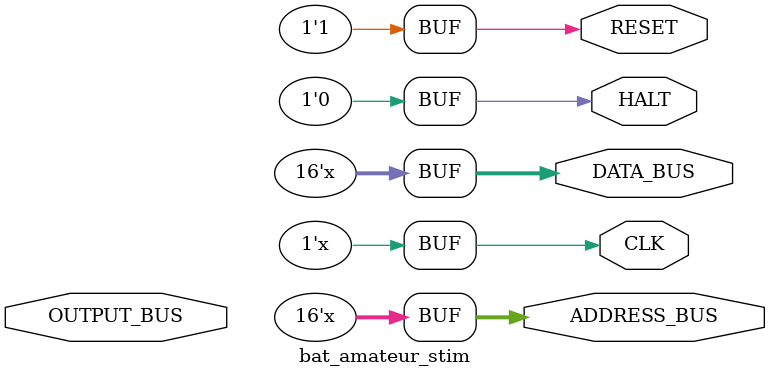
<source format=v>
`timescale 1ns/1ns

module bat_amateur_stim (
HALT,
CLK,
RESET,
DATA_BUS,
ADDRESS_BUS,
OUTPUT_BUS
);
parameter CLK_HALF_PERIOD = 5;
parameter CLK_PERIOD = 2*CLK_HALF_PERIOD;
parameter ADDRESS_WIDTH = 16;

output reg HALT;
output reg CLK;
output reg RESET;
output reg [15:0] DATA_BUS;
output reg [15:0] ADDRESS_BUS;
input  wire [15:0] OUTPUT_BUS;

initial begin
    CLK = 1'b0;
    RESET = 1'b0;
    HALT = 1'b1;
    ADDRESS_BUS = {ADDRESS_WIDTH{1'b0}};
    // load in data values
#CLK_PERIOD
    RESET = 1'b1;
    ADDRESS_BUS = 16'h0010;
    DATA_BUS = 16'd0;
#CLK_PERIOD
    ADDRESS_BUS = 16'h0011;
    DATA_BUS = 16'd1;
#CLK_PERIOD
    ADDRESS_BUS = 16'h0012;
    DATA_BUS = 16'd5;

    // load the instructions
    // LDA <value 5>
#CLK_PERIOD
    ADDRESS_BUS = 16'h0000;
    DATA_BUS = 16'h0012;
    // MOV A -> R3
#CLK_PERIOD
    ADDRESS_BUS = 16'h0001;
    DATA_BUS = 16'h7F98;
// LDA VAL 0
#CLK_PERIOD
    ADDRESS_BUS = 16'h0002;
    DATA_BUS = 16'h0010;
// LDA VAL 1
#CLK_PERIOD
    ADDRESS_BUS = 16'h0003;
    DATA_BUS = 16'h0011;
// A+B -> A
#CLK_PERIOD
    ADDRESS_BUS = 16'h0004;
    DATA_BUS = 16'h7041;
// MOV B -> R2
#CLK_PERIOD
    ADDRESS_BUS = 16'h0005;
    DATA_BUS = 16'h7F91;
// MOV A -> B 
#CLK_PERIOD
    ADDRESS_BUS = 16'h0006;
    DATA_BUS = 16'h7F88;
// MOV R2 -> A 
#CLK_PERIOD
    ADDRESS_BUS = 16'h0007;
    DATA_BUS = 16'h7F82;
#CLK_PERIOD
    ADDRESS_BUS = 16'h0008;
    DATA_BUS = 16'h7FBA;
// DEC r3
#CLK_PERIOD
    ADDRESS_BUS = 16'h0009;
    DATA_BUS = 16'h73E1;
// JNZ 0x04
#CLK_PERIOD
    ADDRESS_BUS = 16'h000A;
    DATA_BUS = 16'h6FF9;
// NOP
#CLK_PERIOD
    ADDRESS_BUS = 16'h000B;
    DATA_BUS = 16'hF000;
// JMP -1 
#CLK_PERIOD
    ADDRESS_BUS = 16'h000C;
    DATA_BUS = 16'h4FFF;

#CLK_PERIOD
  ADDRESS_BUS = {16{1'bz}};
  DATA_BUS = {16{1'bz}};
  HALT = 1'b0;
end 

always #CLK_HALF_PERIOD CLK = !CLK;

endmodule
</source>
